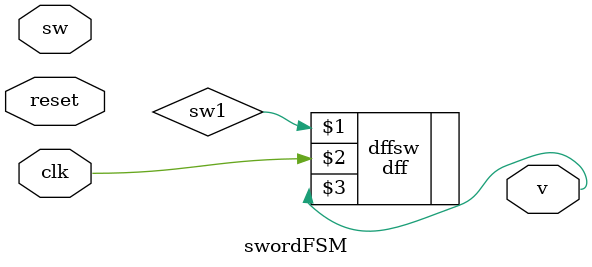
<source format=sv>
module swordFSM (
    input logic sw,
    input reset,
    input clk,
    output logic v
);

assign sw = ((~reset&sw&~v) | (~reset &v));

dff dffsw(sw1,clk,v);
endmodule
</source>
